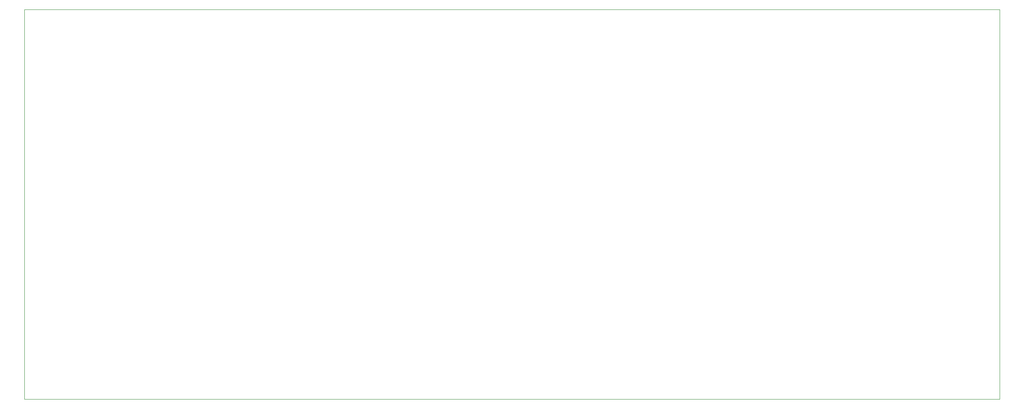
<source format=gbr>
G04*
G04 #@! TF.GenerationSoftware,Altium Limited,Altium Designer,23.1.1 (15)*
G04*
G04 Layer_Color=0*
%FSLAX44Y44*%
%MOMM*%
G71*
G04*
G04 #@! TF.SameCoordinates,BB96B4BC-2DDC-42E6-90C6-D32D3C2E4667*
G04*
G04*
G04 #@! TF.FilePolarity,Positive*
G04*
G01*
G75*
%ADD89C,0.0254*%
D89*
X0Y0D02*
X2000000D01*
Y800000D01*
X0D01*
Y0D01*
M02*

</source>
